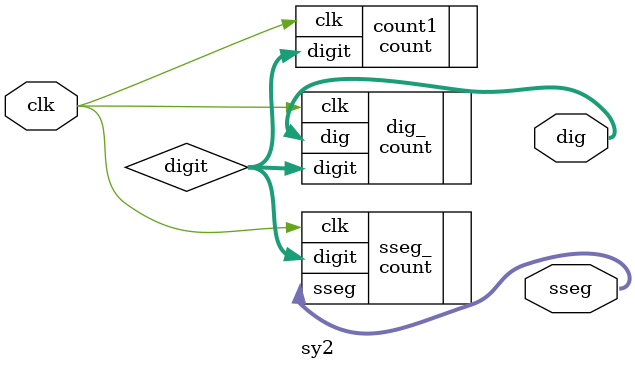
<source format=v>
module sy2(
  input clk,
  output [7:0] sseg,
  output [7:0] dig
);
wire [3:0] digit;
count count1(
              .clk(clk),
              .digit(digit)
);

count dig_(
              .clk(clk),
              .digit(digit),
              .dig(dig)
);

count sseg_(
              .clk(clk),
              .digit(digit),
              .sseg(sseg)
);

endmodule

</source>
